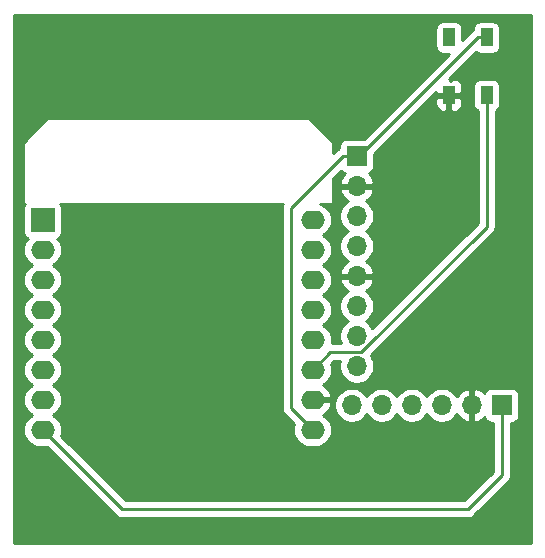
<source format=gbr>
%TF.GenerationSoftware,KiCad,Pcbnew,(5.1.9)-1*%
%TF.CreationDate,2021-05-29T23:11:52+02:00*%
%TF.ProjectId,Monitor,4d6f6e69-746f-4722-9e6b-696361645f70,rev?*%
%TF.SameCoordinates,Original*%
%TF.FileFunction,Copper,L1,Top*%
%TF.FilePolarity,Positive*%
%FSLAX46Y46*%
G04 Gerber Fmt 4.6, Leading zero omitted, Abs format (unit mm)*
G04 Created by KiCad (PCBNEW (5.1.9)-1) date 2021-05-29 23:11:52*
%MOMM*%
%LPD*%
G01*
G04 APERTURE LIST*
%TA.AperFunction,ComponentPad*%
%ADD10O,1.700000X1.700000*%
%TD*%
%TA.AperFunction,ComponentPad*%
%ADD11R,1.700000X1.700000*%
%TD*%
%TA.AperFunction,ComponentPad*%
%ADD12O,2.000000X1.600000*%
%TD*%
%TA.AperFunction,ComponentPad*%
%ADD13R,2.000000X2.000000*%
%TD*%
%TA.AperFunction,SMDPad,CuDef*%
%ADD14R,1.000000X1.500000*%
%TD*%
%TA.AperFunction,Conductor*%
%ADD15C,0.250000*%
%TD*%
%TA.AperFunction,Conductor*%
%ADD16C,0.254000*%
%TD*%
%TA.AperFunction,Conductor*%
%ADD17C,0.100000*%
%TD*%
G04 APERTURE END LIST*
D10*
%TO.P,J2,4*%
%TO.N,sda*%
X111100000Y-59720000D03*
%TO.P,J2,7*%
%TO.N,Net-(J2-Pad7)*%
X111100000Y-67340000D03*
%TO.P,J2,5*%
%TO.N,GND*%
X111100000Y-62260000D03*
%TO.P,J2,2*%
X111100000Y-54640000D03*
%TO.P,J2,3*%
%TO.N,scl*%
X111100000Y-57180000D03*
%TO.P,J2,6*%
%TO.N,Net-(J2-Pad6)*%
X111100000Y-64800000D03*
%TO.P,J2,8*%
%TO.N,Net-(J2-Pad8)*%
X111100000Y-69880000D03*
D11*
%TO.P,J2,1*%
%TO.N,+5V*%
X111100000Y-52100000D03*
%TD*%
D10*
%TO.P,J1,3*%
%TO.N,scl*%
X118297389Y-73184671D03*
%TO.P,J1,6*%
%TO.N,Net-(J1-Pad6)*%
X110677389Y-73184671D03*
%TO.P,J1,2*%
%TO.N,GND*%
X120837389Y-73184671D03*
%TO.P,J1,4*%
%TO.N,sda*%
X115757389Y-73184671D03*
%TO.P,J1,5*%
%TO.N,Net-(J1-Pad5)*%
X113217389Y-73184671D03*
D11*
%TO.P,J1,1*%
%TO.N,+3V3*%
X123377389Y-73184671D03*
%TD*%
D12*
%TO.P,U1,16*%
%TO.N,Net-(U1-Pad16)*%
X107360000Y-57500000D03*
%TO.P,U1,15*%
%TO.N,Net-(U1-Pad15)*%
X107360000Y-60040000D03*
%TO.P,U1,14*%
%TO.N,scl*%
X107360000Y-62580000D03*
%TO.P,U1,13*%
%TO.N,sda*%
X107360000Y-65120000D03*
%TO.P,U1,12*%
%TO.N,Net-(U1-Pad12)*%
X107360000Y-67660000D03*
%TO.P,U1,11*%
%TO.N,din*%
X107360000Y-70200000D03*
%TO.P,U1,10*%
%TO.N,GND*%
X107360000Y-72740000D03*
%TO.P,U1,9*%
%TO.N,+5V*%
X107360000Y-75280000D03*
%TO.P,U1,8*%
%TO.N,+3V3*%
X84500000Y-75280000D03*
%TO.P,U1,7*%
%TO.N,Net-(U1-Pad7)*%
X84500000Y-72740000D03*
%TO.P,U1,6*%
%TO.N,Net-(U1-Pad6)*%
X84500000Y-70200000D03*
%TO.P,U1,5*%
%TO.N,Net-(U1-Pad5)*%
X84500000Y-67660000D03*
%TO.P,U1,4*%
%TO.N,Net-(U1-Pad4)*%
X84500000Y-65120000D03*
%TO.P,U1,3*%
%TO.N,Net-(U1-Pad3)*%
X84500000Y-62580000D03*
D13*
%TO.P,U1,1*%
%TO.N,Net-(U1-Pad1)*%
X84500000Y-57500000D03*
D12*
%TO.P,U1,2*%
%TO.N,Net-(U1-Pad2)*%
X84500000Y-60040000D03*
%TD*%
D14*
%TO.P,D1,1*%
%TO.N,+5V*%
X122100000Y-42050000D03*
%TO.P,D1,2*%
%TO.N,Net-(D1-Pad2)*%
X118900000Y-42050000D03*
%TO.P,D1,4*%
%TO.N,din*%
X122100000Y-46950000D03*
%TO.P,D1,3*%
%TO.N,GND*%
X118900000Y-46950000D03*
%TD*%
D15*
%TO.N,din*%
X122100000Y-58079002D02*
X122100000Y-46950000D01*
X111474003Y-68704999D02*
X122100000Y-58079002D01*
X108855001Y-68704999D02*
X111474003Y-68704999D01*
X107360000Y-70200000D02*
X108855001Y-68704999D01*
%TO.N,+5V*%
X111100000Y-52100000D02*
X109900000Y-52100000D01*
X109900000Y-52100000D02*
X105500000Y-56500000D01*
X105500000Y-73420000D02*
X107360000Y-75280000D01*
X105500000Y-56500000D02*
X105500000Y-73420000D01*
X111300000Y-52100000D02*
X111100000Y-52100000D01*
X121350000Y-42050000D02*
X111300000Y-52100000D01*
X122100000Y-42050000D02*
X121350000Y-42050000D01*
%TO.N,+3V3*%
X84500000Y-75280000D02*
X91220000Y-82000000D01*
X91220000Y-82000000D02*
X120500000Y-82000000D01*
X123377389Y-79122611D02*
X123377389Y-73184671D01*
X120500000Y-82000000D02*
X123377389Y-79122611D01*
%TD*%
D16*
%TO.N,GND*%
X125873000Y-84873000D02*
X82127000Y-84873000D01*
X82127000Y-60040000D01*
X82858057Y-60040000D01*
X82885764Y-60321309D01*
X82967818Y-60591808D01*
X83101068Y-60841101D01*
X83280392Y-61059608D01*
X83498899Y-61238932D01*
X83631858Y-61310000D01*
X83498899Y-61381068D01*
X83280392Y-61560392D01*
X83101068Y-61778899D01*
X82967818Y-62028192D01*
X82885764Y-62298691D01*
X82858057Y-62580000D01*
X82885764Y-62861309D01*
X82967818Y-63131808D01*
X83101068Y-63381101D01*
X83280392Y-63599608D01*
X83498899Y-63778932D01*
X83631858Y-63850000D01*
X83498899Y-63921068D01*
X83280392Y-64100392D01*
X83101068Y-64318899D01*
X82967818Y-64568192D01*
X82885764Y-64838691D01*
X82858057Y-65120000D01*
X82885764Y-65401309D01*
X82967818Y-65671808D01*
X83101068Y-65921101D01*
X83280392Y-66139608D01*
X83498899Y-66318932D01*
X83631858Y-66390000D01*
X83498899Y-66461068D01*
X83280392Y-66640392D01*
X83101068Y-66858899D01*
X82967818Y-67108192D01*
X82885764Y-67378691D01*
X82858057Y-67660000D01*
X82885764Y-67941309D01*
X82967818Y-68211808D01*
X83101068Y-68461101D01*
X83280392Y-68679608D01*
X83498899Y-68858932D01*
X83631858Y-68930000D01*
X83498899Y-69001068D01*
X83280392Y-69180392D01*
X83101068Y-69398899D01*
X82967818Y-69648192D01*
X82885764Y-69918691D01*
X82858057Y-70200000D01*
X82885764Y-70481309D01*
X82967818Y-70751808D01*
X83101068Y-71001101D01*
X83280392Y-71219608D01*
X83498899Y-71398932D01*
X83631858Y-71470000D01*
X83498899Y-71541068D01*
X83280392Y-71720392D01*
X83101068Y-71938899D01*
X82967818Y-72188192D01*
X82885764Y-72458691D01*
X82858057Y-72740000D01*
X82885764Y-73021309D01*
X82967818Y-73291808D01*
X83101068Y-73541101D01*
X83280392Y-73759608D01*
X83498899Y-73938932D01*
X83631858Y-74010000D01*
X83498899Y-74081068D01*
X83280392Y-74260392D01*
X83101068Y-74478899D01*
X82967818Y-74728192D01*
X82885764Y-74998691D01*
X82858057Y-75280000D01*
X82885764Y-75561309D01*
X82967818Y-75831808D01*
X83101068Y-76081101D01*
X83280392Y-76299608D01*
X83498899Y-76478932D01*
X83748192Y-76612182D01*
X84018691Y-76694236D01*
X84229508Y-76715000D01*
X84770492Y-76715000D01*
X84852156Y-76706957D01*
X90656201Y-82511003D01*
X90679999Y-82540001D01*
X90708997Y-82563799D01*
X90795723Y-82634974D01*
X90927753Y-82705546D01*
X91071014Y-82749003D01*
X91182667Y-82760000D01*
X91182676Y-82760000D01*
X91219999Y-82763676D01*
X91257322Y-82760000D01*
X120462678Y-82760000D01*
X120500000Y-82763676D01*
X120537322Y-82760000D01*
X120537333Y-82760000D01*
X120648986Y-82749003D01*
X120792247Y-82705546D01*
X120924276Y-82634974D01*
X121040001Y-82540001D01*
X121063804Y-82510997D01*
X123888393Y-79686409D01*
X123917390Y-79662612D01*
X124012363Y-79546887D01*
X124082935Y-79414858D01*
X124126392Y-79271597D01*
X124137389Y-79159944D01*
X124137389Y-79159943D01*
X124141066Y-79122611D01*
X124137389Y-79085278D01*
X124137389Y-74672743D01*
X124227389Y-74672743D01*
X124351871Y-74660483D01*
X124471569Y-74624173D01*
X124581883Y-74565208D01*
X124678574Y-74485856D01*
X124757926Y-74389165D01*
X124816891Y-74278851D01*
X124853201Y-74159153D01*
X124865461Y-74034671D01*
X124865461Y-72334671D01*
X124853201Y-72210189D01*
X124816891Y-72090491D01*
X124757926Y-71980177D01*
X124678574Y-71883486D01*
X124581883Y-71804134D01*
X124471569Y-71745169D01*
X124351871Y-71708859D01*
X124227389Y-71696599D01*
X122527389Y-71696599D01*
X122402907Y-71708859D01*
X122283209Y-71745169D01*
X122172895Y-71804134D01*
X122076204Y-71883486D01*
X121996852Y-71980177D01*
X121937887Y-72090491D01*
X121913423Y-72171137D01*
X121837658Y-72087083D01*
X121604309Y-71913030D01*
X121341488Y-71787846D01*
X121194279Y-71743195D01*
X120964389Y-71864516D01*
X120964389Y-73057671D01*
X120984389Y-73057671D01*
X120984389Y-73311671D01*
X120964389Y-73311671D01*
X120964389Y-74504826D01*
X121194279Y-74626147D01*
X121341488Y-74581496D01*
X121604309Y-74456312D01*
X121837658Y-74282259D01*
X121913423Y-74198205D01*
X121937887Y-74278851D01*
X121996852Y-74389165D01*
X122076204Y-74485856D01*
X122172895Y-74565208D01*
X122283209Y-74624173D01*
X122402907Y-74660483D01*
X122527389Y-74672743D01*
X122617390Y-74672743D01*
X122617389Y-78807809D01*
X120185199Y-81240000D01*
X91534802Y-81240000D01*
X86054159Y-75759358D01*
X86114236Y-75561309D01*
X86141943Y-75280000D01*
X86114236Y-74998691D01*
X86032182Y-74728192D01*
X85898932Y-74478899D01*
X85719608Y-74260392D01*
X85501101Y-74081068D01*
X85368142Y-74010000D01*
X85501101Y-73938932D01*
X85719608Y-73759608D01*
X85898932Y-73541101D01*
X86032182Y-73291808D01*
X86114236Y-73021309D01*
X86141943Y-72740000D01*
X86114236Y-72458691D01*
X86032182Y-72188192D01*
X85898932Y-71938899D01*
X85719608Y-71720392D01*
X85501101Y-71541068D01*
X85368142Y-71470000D01*
X85501101Y-71398932D01*
X85719608Y-71219608D01*
X85898932Y-71001101D01*
X86032182Y-70751808D01*
X86114236Y-70481309D01*
X86141943Y-70200000D01*
X86114236Y-69918691D01*
X86032182Y-69648192D01*
X85898932Y-69398899D01*
X85719608Y-69180392D01*
X85501101Y-69001068D01*
X85368142Y-68930000D01*
X85501101Y-68858932D01*
X85719608Y-68679608D01*
X85898932Y-68461101D01*
X86032182Y-68211808D01*
X86114236Y-67941309D01*
X86141943Y-67660000D01*
X86114236Y-67378691D01*
X86032182Y-67108192D01*
X85898932Y-66858899D01*
X85719608Y-66640392D01*
X85501101Y-66461068D01*
X85368142Y-66390000D01*
X85501101Y-66318932D01*
X85719608Y-66139608D01*
X85898932Y-65921101D01*
X86032182Y-65671808D01*
X86114236Y-65401309D01*
X86141943Y-65120000D01*
X86114236Y-64838691D01*
X86032182Y-64568192D01*
X85898932Y-64318899D01*
X85719608Y-64100392D01*
X85501101Y-63921068D01*
X85368142Y-63850000D01*
X85501101Y-63778932D01*
X85719608Y-63599608D01*
X85898932Y-63381101D01*
X86032182Y-63131808D01*
X86114236Y-62861309D01*
X86141943Y-62580000D01*
X86114236Y-62298691D01*
X86032182Y-62028192D01*
X85898932Y-61778899D01*
X85719608Y-61560392D01*
X85501101Y-61381068D01*
X85368142Y-61310000D01*
X85501101Y-61238932D01*
X85719608Y-61059608D01*
X85898932Y-60841101D01*
X86032182Y-60591808D01*
X86114236Y-60321309D01*
X86141943Y-60040000D01*
X86114236Y-59758691D01*
X86032182Y-59488192D01*
X85898932Y-59238899D01*
X85766524Y-59077559D01*
X85854494Y-59030537D01*
X85951185Y-58951185D01*
X86030537Y-58854494D01*
X86089502Y-58744180D01*
X86125812Y-58624482D01*
X86138072Y-58500000D01*
X86138072Y-56500000D01*
X86125812Y-56375518D01*
X86089502Y-56255820D01*
X86030537Y-56145506D01*
X86015350Y-56127000D01*
X104837618Y-56127000D01*
X104794455Y-56207753D01*
X104794454Y-56207754D01*
X104750997Y-56351015D01*
X104740000Y-56462668D01*
X104740000Y-56462678D01*
X104736324Y-56500000D01*
X104740000Y-56537322D01*
X104740001Y-73382667D01*
X104736324Y-73420000D01*
X104750998Y-73568985D01*
X104794454Y-73712246D01*
X104865026Y-73844276D01*
X104936201Y-73931002D01*
X104960000Y-73960001D01*
X104988998Y-73983799D01*
X105805841Y-74800642D01*
X105745764Y-74998691D01*
X105718057Y-75280000D01*
X105745764Y-75561309D01*
X105827818Y-75831808D01*
X105961068Y-76081101D01*
X106140392Y-76299608D01*
X106358899Y-76478932D01*
X106608192Y-76612182D01*
X106878691Y-76694236D01*
X107089508Y-76715000D01*
X107630492Y-76715000D01*
X107841309Y-76694236D01*
X108111808Y-76612182D01*
X108361101Y-76478932D01*
X108579608Y-76299608D01*
X108758932Y-76081101D01*
X108892182Y-75831808D01*
X108974236Y-75561309D01*
X109001943Y-75280000D01*
X108974236Y-74998691D01*
X108892182Y-74728192D01*
X108758932Y-74478899D01*
X108579608Y-74260392D01*
X108361101Y-74081068D01*
X108231655Y-74011878D01*
X108249227Y-74004430D01*
X108482662Y-73845673D01*
X108680639Y-73644425D01*
X108835551Y-73408421D01*
X108941444Y-73146730D01*
X108951904Y-73089039D01*
X108924089Y-73038411D01*
X109192389Y-73038411D01*
X109192389Y-73330931D01*
X109249457Y-73617829D01*
X109361399Y-73888082D01*
X109523914Y-74131303D01*
X109730757Y-74338146D01*
X109973978Y-74500661D01*
X110244231Y-74612603D01*
X110531129Y-74669671D01*
X110823649Y-74669671D01*
X111110547Y-74612603D01*
X111380800Y-74500661D01*
X111624021Y-74338146D01*
X111830864Y-74131303D01*
X111947389Y-73956911D01*
X112063914Y-74131303D01*
X112270757Y-74338146D01*
X112513978Y-74500661D01*
X112784231Y-74612603D01*
X113071129Y-74669671D01*
X113363649Y-74669671D01*
X113650547Y-74612603D01*
X113920800Y-74500661D01*
X114164021Y-74338146D01*
X114370864Y-74131303D01*
X114487389Y-73956911D01*
X114603914Y-74131303D01*
X114810757Y-74338146D01*
X115053978Y-74500661D01*
X115324231Y-74612603D01*
X115611129Y-74669671D01*
X115903649Y-74669671D01*
X116190547Y-74612603D01*
X116460800Y-74500661D01*
X116704021Y-74338146D01*
X116910864Y-74131303D01*
X117027389Y-73956911D01*
X117143914Y-74131303D01*
X117350757Y-74338146D01*
X117593978Y-74500661D01*
X117864231Y-74612603D01*
X118151129Y-74669671D01*
X118443649Y-74669671D01*
X118730547Y-74612603D01*
X119000800Y-74500661D01*
X119244021Y-74338146D01*
X119450864Y-74131303D01*
X119572584Y-73949137D01*
X119642211Y-74066026D01*
X119837120Y-74282259D01*
X120070469Y-74456312D01*
X120333290Y-74581496D01*
X120480499Y-74626147D01*
X120710389Y-74504826D01*
X120710389Y-73311671D01*
X120690389Y-73311671D01*
X120690389Y-73057671D01*
X120710389Y-73057671D01*
X120710389Y-71864516D01*
X120480499Y-71743195D01*
X120333290Y-71787846D01*
X120070469Y-71913030D01*
X119837120Y-72087083D01*
X119642211Y-72303316D01*
X119572584Y-72420205D01*
X119450864Y-72238039D01*
X119244021Y-72031196D01*
X119000800Y-71868681D01*
X118730547Y-71756739D01*
X118443649Y-71699671D01*
X118151129Y-71699671D01*
X117864231Y-71756739D01*
X117593978Y-71868681D01*
X117350757Y-72031196D01*
X117143914Y-72238039D01*
X117027389Y-72412431D01*
X116910864Y-72238039D01*
X116704021Y-72031196D01*
X116460800Y-71868681D01*
X116190547Y-71756739D01*
X115903649Y-71699671D01*
X115611129Y-71699671D01*
X115324231Y-71756739D01*
X115053978Y-71868681D01*
X114810757Y-72031196D01*
X114603914Y-72238039D01*
X114487389Y-72412431D01*
X114370864Y-72238039D01*
X114164021Y-72031196D01*
X113920800Y-71868681D01*
X113650547Y-71756739D01*
X113363649Y-71699671D01*
X113071129Y-71699671D01*
X112784231Y-71756739D01*
X112513978Y-71868681D01*
X112270757Y-72031196D01*
X112063914Y-72238039D01*
X111947389Y-72412431D01*
X111830864Y-72238039D01*
X111624021Y-72031196D01*
X111380800Y-71868681D01*
X111110547Y-71756739D01*
X110823649Y-71699671D01*
X110531129Y-71699671D01*
X110244231Y-71756739D01*
X109973978Y-71868681D01*
X109730757Y-72031196D01*
X109523914Y-72238039D01*
X109361399Y-72481260D01*
X109249457Y-72751513D01*
X109192389Y-73038411D01*
X108924089Y-73038411D01*
X108829915Y-72867000D01*
X107487000Y-72867000D01*
X107487000Y-72887000D01*
X107233000Y-72887000D01*
X107233000Y-72867000D01*
X107213000Y-72867000D01*
X107213000Y-72613000D01*
X107233000Y-72613000D01*
X107233000Y-72593000D01*
X107487000Y-72593000D01*
X107487000Y-72613000D01*
X108829915Y-72613000D01*
X108951904Y-72390961D01*
X108941444Y-72333270D01*
X108835551Y-72071579D01*
X108680639Y-71835575D01*
X108482662Y-71634327D01*
X108249227Y-71475570D01*
X108231655Y-71468122D01*
X108361101Y-71398932D01*
X108579608Y-71219608D01*
X108758932Y-71001101D01*
X108892182Y-70751808D01*
X108974236Y-70481309D01*
X109001943Y-70200000D01*
X108974236Y-69918691D01*
X108914159Y-69720642D01*
X109169803Y-69464999D01*
X109668456Y-69464999D01*
X109615000Y-69733740D01*
X109615000Y-70026260D01*
X109672068Y-70313158D01*
X109784010Y-70583411D01*
X109946525Y-70826632D01*
X110153368Y-71033475D01*
X110396589Y-71195990D01*
X110666842Y-71307932D01*
X110953740Y-71365000D01*
X111246260Y-71365000D01*
X111533158Y-71307932D01*
X111803411Y-71195990D01*
X112046632Y-71033475D01*
X112253475Y-70826632D01*
X112415990Y-70583411D01*
X112527932Y-70313158D01*
X112585000Y-70026260D01*
X112585000Y-69733740D01*
X112527932Y-69446842D01*
X112415990Y-69176589D01*
X112280295Y-68973508D01*
X122611004Y-58642800D01*
X122640001Y-58619003D01*
X122683069Y-58566525D01*
X122734974Y-58503279D01*
X122805546Y-58371249D01*
X122817004Y-58333475D01*
X122849003Y-58227988D01*
X122860000Y-58116335D01*
X122860000Y-58116326D01*
X122863676Y-58079003D01*
X122860000Y-58041680D01*
X122860000Y-48281046D01*
X122954494Y-48230537D01*
X123051185Y-48151185D01*
X123130537Y-48054494D01*
X123189502Y-47944180D01*
X123225812Y-47824482D01*
X123238072Y-47700000D01*
X123238072Y-46200000D01*
X123225812Y-46075518D01*
X123189502Y-45955820D01*
X123130537Y-45845506D01*
X123051185Y-45748815D01*
X122954494Y-45669463D01*
X122844180Y-45610498D01*
X122724482Y-45574188D01*
X122600000Y-45561928D01*
X121600000Y-45561928D01*
X121475518Y-45574188D01*
X121355820Y-45610498D01*
X121245506Y-45669463D01*
X121148815Y-45748815D01*
X121069463Y-45845506D01*
X121010498Y-45955820D01*
X120974188Y-46075518D01*
X120961928Y-46200000D01*
X120961928Y-47700000D01*
X120974188Y-47824482D01*
X121010498Y-47944180D01*
X121069463Y-48054494D01*
X121148815Y-48151185D01*
X121245506Y-48230537D01*
X121340001Y-48281046D01*
X121340000Y-57764200D01*
X112431110Y-66673091D01*
X112415990Y-66636589D01*
X112253475Y-66393368D01*
X112046632Y-66186525D01*
X111872240Y-66070000D01*
X112046632Y-65953475D01*
X112253475Y-65746632D01*
X112415990Y-65503411D01*
X112527932Y-65233158D01*
X112585000Y-64946260D01*
X112585000Y-64653740D01*
X112527932Y-64366842D01*
X112415990Y-64096589D01*
X112253475Y-63853368D01*
X112046632Y-63646525D01*
X111864466Y-63524805D01*
X111981355Y-63455178D01*
X112197588Y-63260269D01*
X112371641Y-63026920D01*
X112496825Y-62764099D01*
X112541476Y-62616890D01*
X112420155Y-62387000D01*
X111227000Y-62387000D01*
X111227000Y-62407000D01*
X110973000Y-62407000D01*
X110973000Y-62387000D01*
X109779845Y-62387000D01*
X109658524Y-62616890D01*
X109703175Y-62764099D01*
X109828359Y-63026920D01*
X110002412Y-63260269D01*
X110218645Y-63455178D01*
X110335534Y-63524805D01*
X110153368Y-63646525D01*
X109946525Y-63853368D01*
X109784010Y-64096589D01*
X109672068Y-64366842D01*
X109615000Y-64653740D01*
X109615000Y-64946260D01*
X109672068Y-65233158D01*
X109784010Y-65503411D01*
X109946525Y-65746632D01*
X110153368Y-65953475D01*
X110327760Y-66070000D01*
X110153368Y-66186525D01*
X109946525Y-66393368D01*
X109784010Y-66636589D01*
X109672068Y-66906842D01*
X109615000Y-67193740D01*
X109615000Y-67486260D01*
X109672068Y-67773158D01*
X109743247Y-67944999D01*
X108973117Y-67944999D01*
X108974236Y-67941309D01*
X109001943Y-67660000D01*
X108974236Y-67378691D01*
X108892182Y-67108192D01*
X108758932Y-66858899D01*
X108579608Y-66640392D01*
X108361101Y-66461068D01*
X108228142Y-66390000D01*
X108361101Y-66318932D01*
X108579608Y-66139608D01*
X108758932Y-65921101D01*
X108892182Y-65671808D01*
X108974236Y-65401309D01*
X109001943Y-65120000D01*
X108974236Y-64838691D01*
X108892182Y-64568192D01*
X108758932Y-64318899D01*
X108579608Y-64100392D01*
X108361101Y-63921068D01*
X108228142Y-63850000D01*
X108361101Y-63778932D01*
X108579608Y-63599608D01*
X108758932Y-63381101D01*
X108892182Y-63131808D01*
X108974236Y-62861309D01*
X109001943Y-62580000D01*
X108974236Y-62298691D01*
X108892182Y-62028192D01*
X108758932Y-61778899D01*
X108579608Y-61560392D01*
X108361101Y-61381068D01*
X108228142Y-61310000D01*
X108361101Y-61238932D01*
X108579608Y-61059608D01*
X108758932Y-60841101D01*
X108892182Y-60591808D01*
X108974236Y-60321309D01*
X109001943Y-60040000D01*
X108974236Y-59758691D01*
X108892182Y-59488192D01*
X108758932Y-59238899D01*
X108579608Y-59020392D01*
X108361101Y-58841068D01*
X108228142Y-58770000D01*
X108361101Y-58698932D01*
X108579608Y-58519608D01*
X108758932Y-58301101D01*
X108892182Y-58051808D01*
X108974236Y-57781309D01*
X109001943Y-57500000D01*
X108974236Y-57218691D01*
X108918133Y-57033740D01*
X109615000Y-57033740D01*
X109615000Y-57326260D01*
X109672068Y-57613158D01*
X109784010Y-57883411D01*
X109946525Y-58126632D01*
X110153368Y-58333475D01*
X110327760Y-58450000D01*
X110153368Y-58566525D01*
X109946525Y-58773368D01*
X109784010Y-59016589D01*
X109672068Y-59286842D01*
X109615000Y-59573740D01*
X109615000Y-59866260D01*
X109672068Y-60153158D01*
X109784010Y-60423411D01*
X109946525Y-60666632D01*
X110153368Y-60873475D01*
X110335534Y-60995195D01*
X110218645Y-61064822D01*
X110002412Y-61259731D01*
X109828359Y-61493080D01*
X109703175Y-61755901D01*
X109658524Y-61903110D01*
X109779845Y-62133000D01*
X110973000Y-62133000D01*
X110973000Y-62113000D01*
X111227000Y-62113000D01*
X111227000Y-62133000D01*
X112420155Y-62133000D01*
X112541476Y-61903110D01*
X112496825Y-61755901D01*
X112371641Y-61493080D01*
X112197588Y-61259731D01*
X111981355Y-61064822D01*
X111864466Y-60995195D01*
X112046632Y-60873475D01*
X112253475Y-60666632D01*
X112415990Y-60423411D01*
X112527932Y-60153158D01*
X112585000Y-59866260D01*
X112585000Y-59573740D01*
X112527932Y-59286842D01*
X112415990Y-59016589D01*
X112253475Y-58773368D01*
X112046632Y-58566525D01*
X111872240Y-58450000D01*
X112046632Y-58333475D01*
X112253475Y-58126632D01*
X112415990Y-57883411D01*
X112527932Y-57613158D01*
X112585000Y-57326260D01*
X112585000Y-57033740D01*
X112527932Y-56746842D01*
X112415990Y-56476589D01*
X112253475Y-56233368D01*
X112046632Y-56026525D01*
X111864466Y-55904805D01*
X111981355Y-55835178D01*
X112197588Y-55640269D01*
X112371641Y-55406920D01*
X112496825Y-55144099D01*
X112541476Y-54996890D01*
X112420155Y-54767000D01*
X111227000Y-54767000D01*
X111227000Y-54787000D01*
X110973000Y-54787000D01*
X110973000Y-54767000D01*
X109779845Y-54767000D01*
X109658524Y-54996890D01*
X109703175Y-55144099D01*
X109828359Y-55406920D01*
X110002412Y-55640269D01*
X110218645Y-55835178D01*
X110335534Y-55904805D01*
X110153368Y-56026525D01*
X109946525Y-56233368D01*
X109784010Y-56476589D01*
X109672068Y-56746842D01*
X109615000Y-57033740D01*
X108918133Y-57033740D01*
X108892182Y-56948192D01*
X108758932Y-56698899D01*
X108579608Y-56480392D01*
X108361101Y-56301068D01*
X108111808Y-56167818D01*
X107977247Y-56127000D01*
X109000000Y-56127000D01*
X109024776Y-56124560D01*
X109048601Y-56117333D01*
X109070557Y-56105597D01*
X109089803Y-56089803D01*
X109105597Y-56070557D01*
X109117333Y-56048601D01*
X109124560Y-56024776D01*
X109127000Y-56000000D01*
X109127000Y-53947802D01*
X109742381Y-53332420D01*
X109798815Y-53401185D01*
X109895506Y-53480537D01*
X110005820Y-53539502D01*
X110086466Y-53563966D01*
X110002412Y-53639731D01*
X109828359Y-53873080D01*
X109703175Y-54135901D01*
X109658524Y-54283110D01*
X109779845Y-54513000D01*
X110973000Y-54513000D01*
X110973000Y-54493000D01*
X111227000Y-54493000D01*
X111227000Y-54513000D01*
X112420155Y-54513000D01*
X112541476Y-54283110D01*
X112496825Y-54135901D01*
X112371641Y-53873080D01*
X112197588Y-53639731D01*
X112113534Y-53563966D01*
X112194180Y-53539502D01*
X112304494Y-53480537D01*
X112401185Y-53401185D01*
X112480537Y-53304494D01*
X112539502Y-53194180D01*
X112575812Y-53074482D01*
X112588072Y-52950000D01*
X112588072Y-51886729D01*
X116774801Y-47700000D01*
X117761928Y-47700000D01*
X117774188Y-47824482D01*
X117810498Y-47944180D01*
X117869463Y-48054494D01*
X117948815Y-48151185D01*
X118045506Y-48230537D01*
X118155820Y-48289502D01*
X118275518Y-48325812D01*
X118400000Y-48338072D01*
X118614250Y-48335000D01*
X118773000Y-48176250D01*
X118773000Y-47077000D01*
X119027000Y-47077000D01*
X119027000Y-48176250D01*
X119185750Y-48335000D01*
X119400000Y-48338072D01*
X119524482Y-48325812D01*
X119644180Y-48289502D01*
X119754494Y-48230537D01*
X119851185Y-48151185D01*
X119930537Y-48054494D01*
X119989502Y-47944180D01*
X120025812Y-47824482D01*
X120038072Y-47700000D01*
X120035000Y-47235750D01*
X119876250Y-47077000D01*
X119027000Y-47077000D01*
X118773000Y-47077000D01*
X117923750Y-47077000D01*
X117765000Y-47235750D01*
X117761928Y-47700000D01*
X116774801Y-47700000D01*
X117787776Y-46687026D01*
X117923750Y-46823000D01*
X118773000Y-46823000D01*
X118773000Y-46803000D01*
X119027000Y-46803000D01*
X119027000Y-46823000D01*
X119876250Y-46823000D01*
X120035000Y-46664250D01*
X120038072Y-46200000D01*
X120025812Y-46075518D01*
X119989502Y-45955820D01*
X119930537Y-45845506D01*
X119851185Y-45748815D01*
X119754494Y-45669463D01*
X119644180Y-45610498D01*
X119524482Y-45574188D01*
X119400000Y-45561928D01*
X119185750Y-45565000D01*
X119027002Y-45723748D01*
X119027002Y-45565000D01*
X118909802Y-45565000D01*
X121189900Y-43284902D01*
X121245506Y-43330537D01*
X121355820Y-43389502D01*
X121475518Y-43425812D01*
X121600000Y-43438072D01*
X122600000Y-43438072D01*
X122724482Y-43425812D01*
X122844180Y-43389502D01*
X122954494Y-43330537D01*
X123051185Y-43251185D01*
X123130537Y-43154494D01*
X123189502Y-43044180D01*
X123225812Y-42924482D01*
X123238072Y-42800000D01*
X123238072Y-41300000D01*
X123225812Y-41175518D01*
X123189502Y-41055820D01*
X123130537Y-40945506D01*
X123051185Y-40848815D01*
X122954494Y-40769463D01*
X122844180Y-40710498D01*
X122724482Y-40674188D01*
X122600000Y-40661928D01*
X121600000Y-40661928D01*
X121475518Y-40674188D01*
X121355820Y-40710498D01*
X121245506Y-40769463D01*
X121148815Y-40848815D01*
X121069463Y-40945506D01*
X121010498Y-41055820D01*
X120974188Y-41175518D01*
X120961928Y-41300000D01*
X120961928Y-41395674D01*
X120925724Y-41415026D01*
X120809999Y-41509999D01*
X120786201Y-41538997D01*
X120038072Y-42287126D01*
X120038072Y-41300000D01*
X120025812Y-41175518D01*
X119989502Y-41055820D01*
X119930537Y-40945506D01*
X119851185Y-40848815D01*
X119754494Y-40769463D01*
X119644180Y-40710498D01*
X119524482Y-40674188D01*
X119400000Y-40661928D01*
X118400000Y-40661928D01*
X118275518Y-40674188D01*
X118155820Y-40710498D01*
X118045506Y-40769463D01*
X117948815Y-40848815D01*
X117869463Y-40945506D01*
X117810498Y-41055820D01*
X117774188Y-41175518D01*
X117761928Y-41300000D01*
X117761928Y-42800000D01*
X117774188Y-42924482D01*
X117810498Y-43044180D01*
X117869463Y-43154494D01*
X117948815Y-43251185D01*
X118045506Y-43330537D01*
X118155820Y-43389502D01*
X118275518Y-43425812D01*
X118400000Y-43438072D01*
X118887126Y-43438072D01*
X111713271Y-50611928D01*
X110250000Y-50611928D01*
X110125518Y-50624188D01*
X110005820Y-50660498D01*
X109895506Y-50719463D01*
X109798815Y-50798815D01*
X109719463Y-50895506D01*
X109660498Y-51005820D01*
X109624188Y-51125518D01*
X109611928Y-51250000D01*
X109611928Y-51393188D01*
X109607753Y-51394454D01*
X109475724Y-51465026D01*
X109359999Y-51559999D01*
X109336201Y-51588997D01*
X109127000Y-51798198D01*
X109127000Y-51000000D01*
X109124560Y-50975224D01*
X109117333Y-50951399D01*
X109105597Y-50929443D01*
X109089803Y-50910197D01*
X107089803Y-48910197D01*
X107070557Y-48894403D01*
X107048601Y-48882667D01*
X107024776Y-48875440D01*
X107000000Y-48873000D01*
X85000000Y-48873000D01*
X84975224Y-48875440D01*
X84951399Y-48882667D01*
X84929443Y-48894403D01*
X84910197Y-48910197D01*
X82910197Y-50910197D01*
X82894403Y-50929443D01*
X82882667Y-50951399D01*
X82875440Y-50975224D01*
X82873000Y-51000000D01*
X82873000Y-56000000D01*
X82875440Y-56024776D01*
X82882667Y-56048601D01*
X82894403Y-56070557D01*
X82910197Y-56089803D01*
X82929443Y-56105597D01*
X82951399Y-56117333D01*
X82975224Y-56124560D01*
X82985798Y-56125601D01*
X82969463Y-56145506D01*
X82910498Y-56255820D01*
X82874188Y-56375518D01*
X82861928Y-56500000D01*
X82861928Y-58500000D01*
X82874188Y-58624482D01*
X82910498Y-58744180D01*
X82969463Y-58854494D01*
X83048815Y-58951185D01*
X83145506Y-59030537D01*
X83233476Y-59077559D01*
X83101068Y-59238899D01*
X82967818Y-59488192D01*
X82885764Y-59758691D01*
X82858057Y-60040000D01*
X82127000Y-60040000D01*
X82127000Y-40127000D01*
X125873000Y-40127000D01*
X125873000Y-84873000D01*
%TA.AperFunction,Conductor*%
D17*
G36*
X125873000Y-84873000D02*
G01*
X82127000Y-84873000D01*
X82127000Y-60040000D01*
X82858057Y-60040000D01*
X82885764Y-60321309D01*
X82967818Y-60591808D01*
X83101068Y-60841101D01*
X83280392Y-61059608D01*
X83498899Y-61238932D01*
X83631858Y-61310000D01*
X83498899Y-61381068D01*
X83280392Y-61560392D01*
X83101068Y-61778899D01*
X82967818Y-62028192D01*
X82885764Y-62298691D01*
X82858057Y-62580000D01*
X82885764Y-62861309D01*
X82967818Y-63131808D01*
X83101068Y-63381101D01*
X83280392Y-63599608D01*
X83498899Y-63778932D01*
X83631858Y-63850000D01*
X83498899Y-63921068D01*
X83280392Y-64100392D01*
X83101068Y-64318899D01*
X82967818Y-64568192D01*
X82885764Y-64838691D01*
X82858057Y-65120000D01*
X82885764Y-65401309D01*
X82967818Y-65671808D01*
X83101068Y-65921101D01*
X83280392Y-66139608D01*
X83498899Y-66318932D01*
X83631858Y-66390000D01*
X83498899Y-66461068D01*
X83280392Y-66640392D01*
X83101068Y-66858899D01*
X82967818Y-67108192D01*
X82885764Y-67378691D01*
X82858057Y-67660000D01*
X82885764Y-67941309D01*
X82967818Y-68211808D01*
X83101068Y-68461101D01*
X83280392Y-68679608D01*
X83498899Y-68858932D01*
X83631858Y-68930000D01*
X83498899Y-69001068D01*
X83280392Y-69180392D01*
X83101068Y-69398899D01*
X82967818Y-69648192D01*
X82885764Y-69918691D01*
X82858057Y-70200000D01*
X82885764Y-70481309D01*
X82967818Y-70751808D01*
X83101068Y-71001101D01*
X83280392Y-71219608D01*
X83498899Y-71398932D01*
X83631858Y-71470000D01*
X83498899Y-71541068D01*
X83280392Y-71720392D01*
X83101068Y-71938899D01*
X82967818Y-72188192D01*
X82885764Y-72458691D01*
X82858057Y-72740000D01*
X82885764Y-73021309D01*
X82967818Y-73291808D01*
X83101068Y-73541101D01*
X83280392Y-73759608D01*
X83498899Y-73938932D01*
X83631858Y-74010000D01*
X83498899Y-74081068D01*
X83280392Y-74260392D01*
X83101068Y-74478899D01*
X82967818Y-74728192D01*
X82885764Y-74998691D01*
X82858057Y-75280000D01*
X82885764Y-75561309D01*
X82967818Y-75831808D01*
X83101068Y-76081101D01*
X83280392Y-76299608D01*
X83498899Y-76478932D01*
X83748192Y-76612182D01*
X84018691Y-76694236D01*
X84229508Y-76715000D01*
X84770492Y-76715000D01*
X84852156Y-76706957D01*
X90656201Y-82511003D01*
X90679999Y-82540001D01*
X90708997Y-82563799D01*
X90795723Y-82634974D01*
X90927753Y-82705546D01*
X91071014Y-82749003D01*
X91182667Y-82760000D01*
X91182676Y-82760000D01*
X91219999Y-82763676D01*
X91257322Y-82760000D01*
X120462678Y-82760000D01*
X120500000Y-82763676D01*
X120537322Y-82760000D01*
X120537333Y-82760000D01*
X120648986Y-82749003D01*
X120792247Y-82705546D01*
X120924276Y-82634974D01*
X121040001Y-82540001D01*
X121063804Y-82510997D01*
X123888393Y-79686409D01*
X123917390Y-79662612D01*
X124012363Y-79546887D01*
X124082935Y-79414858D01*
X124126392Y-79271597D01*
X124137389Y-79159944D01*
X124137389Y-79159943D01*
X124141066Y-79122611D01*
X124137389Y-79085278D01*
X124137389Y-74672743D01*
X124227389Y-74672743D01*
X124351871Y-74660483D01*
X124471569Y-74624173D01*
X124581883Y-74565208D01*
X124678574Y-74485856D01*
X124757926Y-74389165D01*
X124816891Y-74278851D01*
X124853201Y-74159153D01*
X124865461Y-74034671D01*
X124865461Y-72334671D01*
X124853201Y-72210189D01*
X124816891Y-72090491D01*
X124757926Y-71980177D01*
X124678574Y-71883486D01*
X124581883Y-71804134D01*
X124471569Y-71745169D01*
X124351871Y-71708859D01*
X124227389Y-71696599D01*
X122527389Y-71696599D01*
X122402907Y-71708859D01*
X122283209Y-71745169D01*
X122172895Y-71804134D01*
X122076204Y-71883486D01*
X121996852Y-71980177D01*
X121937887Y-72090491D01*
X121913423Y-72171137D01*
X121837658Y-72087083D01*
X121604309Y-71913030D01*
X121341488Y-71787846D01*
X121194279Y-71743195D01*
X120964389Y-71864516D01*
X120964389Y-73057671D01*
X120984389Y-73057671D01*
X120984389Y-73311671D01*
X120964389Y-73311671D01*
X120964389Y-74504826D01*
X121194279Y-74626147D01*
X121341488Y-74581496D01*
X121604309Y-74456312D01*
X121837658Y-74282259D01*
X121913423Y-74198205D01*
X121937887Y-74278851D01*
X121996852Y-74389165D01*
X122076204Y-74485856D01*
X122172895Y-74565208D01*
X122283209Y-74624173D01*
X122402907Y-74660483D01*
X122527389Y-74672743D01*
X122617390Y-74672743D01*
X122617389Y-78807809D01*
X120185199Y-81240000D01*
X91534802Y-81240000D01*
X86054159Y-75759358D01*
X86114236Y-75561309D01*
X86141943Y-75280000D01*
X86114236Y-74998691D01*
X86032182Y-74728192D01*
X85898932Y-74478899D01*
X85719608Y-74260392D01*
X85501101Y-74081068D01*
X85368142Y-74010000D01*
X85501101Y-73938932D01*
X85719608Y-73759608D01*
X85898932Y-73541101D01*
X86032182Y-73291808D01*
X86114236Y-73021309D01*
X86141943Y-72740000D01*
X86114236Y-72458691D01*
X86032182Y-72188192D01*
X85898932Y-71938899D01*
X85719608Y-71720392D01*
X85501101Y-71541068D01*
X85368142Y-71470000D01*
X85501101Y-71398932D01*
X85719608Y-71219608D01*
X85898932Y-71001101D01*
X86032182Y-70751808D01*
X86114236Y-70481309D01*
X86141943Y-70200000D01*
X86114236Y-69918691D01*
X86032182Y-69648192D01*
X85898932Y-69398899D01*
X85719608Y-69180392D01*
X85501101Y-69001068D01*
X85368142Y-68930000D01*
X85501101Y-68858932D01*
X85719608Y-68679608D01*
X85898932Y-68461101D01*
X86032182Y-68211808D01*
X86114236Y-67941309D01*
X86141943Y-67660000D01*
X86114236Y-67378691D01*
X86032182Y-67108192D01*
X85898932Y-66858899D01*
X85719608Y-66640392D01*
X85501101Y-66461068D01*
X85368142Y-66390000D01*
X85501101Y-66318932D01*
X85719608Y-66139608D01*
X85898932Y-65921101D01*
X86032182Y-65671808D01*
X86114236Y-65401309D01*
X86141943Y-65120000D01*
X86114236Y-64838691D01*
X86032182Y-64568192D01*
X85898932Y-64318899D01*
X85719608Y-64100392D01*
X85501101Y-63921068D01*
X85368142Y-63850000D01*
X85501101Y-63778932D01*
X85719608Y-63599608D01*
X85898932Y-63381101D01*
X86032182Y-63131808D01*
X86114236Y-62861309D01*
X86141943Y-62580000D01*
X86114236Y-62298691D01*
X86032182Y-62028192D01*
X85898932Y-61778899D01*
X85719608Y-61560392D01*
X85501101Y-61381068D01*
X85368142Y-61310000D01*
X85501101Y-61238932D01*
X85719608Y-61059608D01*
X85898932Y-60841101D01*
X86032182Y-60591808D01*
X86114236Y-60321309D01*
X86141943Y-60040000D01*
X86114236Y-59758691D01*
X86032182Y-59488192D01*
X85898932Y-59238899D01*
X85766524Y-59077559D01*
X85854494Y-59030537D01*
X85951185Y-58951185D01*
X86030537Y-58854494D01*
X86089502Y-58744180D01*
X86125812Y-58624482D01*
X86138072Y-58500000D01*
X86138072Y-56500000D01*
X86125812Y-56375518D01*
X86089502Y-56255820D01*
X86030537Y-56145506D01*
X86015350Y-56127000D01*
X104837618Y-56127000D01*
X104794455Y-56207753D01*
X104794454Y-56207754D01*
X104750997Y-56351015D01*
X104740000Y-56462668D01*
X104740000Y-56462678D01*
X104736324Y-56500000D01*
X104740000Y-56537322D01*
X104740001Y-73382667D01*
X104736324Y-73420000D01*
X104750998Y-73568985D01*
X104794454Y-73712246D01*
X104865026Y-73844276D01*
X104936201Y-73931002D01*
X104960000Y-73960001D01*
X104988998Y-73983799D01*
X105805841Y-74800642D01*
X105745764Y-74998691D01*
X105718057Y-75280000D01*
X105745764Y-75561309D01*
X105827818Y-75831808D01*
X105961068Y-76081101D01*
X106140392Y-76299608D01*
X106358899Y-76478932D01*
X106608192Y-76612182D01*
X106878691Y-76694236D01*
X107089508Y-76715000D01*
X107630492Y-76715000D01*
X107841309Y-76694236D01*
X108111808Y-76612182D01*
X108361101Y-76478932D01*
X108579608Y-76299608D01*
X108758932Y-76081101D01*
X108892182Y-75831808D01*
X108974236Y-75561309D01*
X109001943Y-75280000D01*
X108974236Y-74998691D01*
X108892182Y-74728192D01*
X108758932Y-74478899D01*
X108579608Y-74260392D01*
X108361101Y-74081068D01*
X108231655Y-74011878D01*
X108249227Y-74004430D01*
X108482662Y-73845673D01*
X108680639Y-73644425D01*
X108835551Y-73408421D01*
X108941444Y-73146730D01*
X108951904Y-73089039D01*
X108924089Y-73038411D01*
X109192389Y-73038411D01*
X109192389Y-73330931D01*
X109249457Y-73617829D01*
X109361399Y-73888082D01*
X109523914Y-74131303D01*
X109730757Y-74338146D01*
X109973978Y-74500661D01*
X110244231Y-74612603D01*
X110531129Y-74669671D01*
X110823649Y-74669671D01*
X111110547Y-74612603D01*
X111380800Y-74500661D01*
X111624021Y-74338146D01*
X111830864Y-74131303D01*
X111947389Y-73956911D01*
X112063914Y-74131303D01*
X112270757Y-74338146D01*
X112513978Y-74500661D01*
X112784231Y-74612603D01*
X113071129Y-74669671D01*
X113363649Y-74669671D01*
X113650547Y-74612603D01*
X113920800Y-74500661D01*
X114164021Y-74338146D01*
X114370864Y-74131303D01*
X114487389Y-73956911D01*
X114603914Y-74131303D01*
X114810757Y-74338146D01*
X115053978Y-74500661D01*
X115324231Y-74612603D01*
X115611129Y-74669671D01*
X115903649Y-74669671D01*
X116190547Y-74612603D01*
X116460800Y-74500661D01*
X116704021Y-74338146D01*
X116910864Y-74131303D01*
X117027389Y-73956911D01*
X117143914Y-74131303D01*
X117350757Y-74338146D01*
X117593978Y-74500661D01*
X117864231Y-74612603D01*
X118151129Y-74669671D01*
X118443649Y-74669671D01*
X118730547Y-74612603D01*
X119000800Y-74500661D01*
X119244021Y-74338146D01*
X119450864Y-74131303D01*
X119572584Y-73949137D01*
X119642211Y-74066026D01*
X119837120Y-74282259D01*
X120070469Y-74456312D01*
X120333290Y-74581496D01*
X120480499Y-74626147D01*
X120710389Y-74504826D01*
X120710389Y-73311671D01*
X120690389Y-73311671D01*
X120690389Y-73057671D01*
X120710389Y-73057671D01*
X120710389Y-71864516D01*
X120480499Y-71743195D01*
X120333290Y-71787846D01*
X120070469Y-71913030D01*
X119837120Y-72087083D01*
X119642211Y-72303316D01*
X119572584Y-72420205D01*
X119450864Y-72238039D01*
X119244021Y-72031196D01*
X119000800Y-71868681D01*
X118730547Y-71756739D01*
X118443649Y-71699671D01*
X118151129Y-71699671D01*
X117864231Y-71756739D01*
X117593978Y-71868681D01*
X117350757Y-72031196D01*
X117143914Y-72238039D01*
X117027389Y-72412431D01*
X116910864Y-72238039D01*
X116704021Y-72031196D01*
X116460800Y-71868681D01*
X116190547Y-71756739D01*
X115903649Y-71699671D01*
X115611129Y-71699671D01*
X115324231Y-71756739D01*
X115053978Y-71868681D01*
X114810757Y-72031196D01*
X114603914Y-72238039D01*
X114487389Y-72412431D01*
X114370864Y-72238039D01*
X114164021Y-72031196D01*
X113920800Y-71868681D01*
X113650547Y-71756739D01*
X113363649Y-71699671D01*
X113071129Y-71699671D01*
X112784231Y-71756739D01*
X112513978Y-71868681D01*
X112270757Y-72031196D01*
X112063914Y-72238039D01*
X111947389Y-72412431D01*
X111830864Y-72238039D01*
X111624021Y-72031196D01*
X111380800Y-71868681D01*
X111110547Y-71756739D01*
X110823649Y-71699671D01*
X110531129Y-71699671D01*
X110244231Y-71756739D01*
X109973978Y-71868681D01*
X109730757Y-72031196D01*
X109523914Y-72238039D01*
X109361399Y-72481260D01*
X109249457Y-72751513D01*
X109192389Y-73038411D01*
X108924089Y-73038411D01*
X108829915Y-72867000D01*
X107487000Y-72867000D01*
X107487000Y-72887000D01*
X107233000Y-72887000D01*
X107233000Y-72867000D01*
X107213000Y-72867000D01*
X107213000Y-72613000D01*
X107233000Y-72613000D01*
X107233000Y-72593000D01*
X107487000Y-72593000D01*
X107487000Y-72613000D01*
X108829915Y-72613000D01*
X108951904Y-72390961D01*
X108941444Y-72333270D01*
X108835551Y-72071579D01*
X108680639Y-71835575D01*
X108482662Y-71634327D01*
X108249227Y-71475570D01*
X108231655Y-71468122D01*
X108361101Y-71398932D01*
X108579608Y-71219608D01*
X108758932Y-71001101D01*
X108892182Y-70751808D01*
X108974236Y-70481309D01*
X109001943Y-70200000D01*
X108974236Y-69918691D01*
X108914159Y-69720642D01*
X109169803Y-69464999D01*
X109668456Y-69464999D01*
X109615000Y-69733740D01*
X109615000Y-70026260D01*
X109672068Y-70313158D01*
X109784010Y-70583411D01*
X109946525Y-70826632D01*
X110153368Y-71033475D01*
X110396589Y-71195990D01*
X110666842Y-71307932D01*
X110953740Y-71365000D01*
X111246260Y-71365000D01*
X111533158Y-71307932D01*
X111803411Y-71195990D01*
X112046632Y-71033475D01*
X112253475Y-70826632D01*
X112415990Y-70583411D01*
X112527932Y-70313158D01*
X112585000Y-70026260D01*
X112585000Y-69733740D01*
X112527932Y-69446842D01*
X112415990Y-69176589D01*
X112280295Y-68973508D01*
X122611004Y-58642800D01*
X122640001Y-58619003D01*
X122683069Y-58566525D01*
X122734974Y-58503279D01*
X122805546Y-58371249D01*
X122817004Y-58333475D01*
X122849003Y-58227988D01*
X122860000Y-58116335D01*
X122860000Y-58116326D01*
X122863676Y-58079003D01*
X122860000Y-58041680D01*
X122860000Y-48281046D01*
X122954494Y-48230537D01*
X123051185Y-48151185D01*
X123130537Y-48054494D01*
X123189502Y-47944180D01*
X123225812Y-47824482D01*
X123238072Y-47700000D01*
X123238072Y-46200000D01*
X123225812Y-46075518D01*
X123189502Y-45955820D01*
X123130537Y-45845506D01*
X123051185Y-45748815D01*
X122954494Y-45669463D01*
X122844180Y-45610498D01*
X122724482Y-45574188D01*
X122600000Y-45561928D01*
X121600000Y-45561928D01*
X121475518Y-45574188D01*
X121355820Y-45610498D01*
X121245506Y-45669463D01*
X121148815Y-45748815D01*
X121069463Y-45845506D01*
X121010498Y-45955820D01*
X120974188Y-46075518D01*
X120961928Y-46200000D01*
X120961928Y-47700000D01*
X120974188Y-47824482D01*
X121010498Y-47944180D01*
X121069463Y-48054494D01*
X121148815Y-48151185D01*
X121245506Y-48230537D01*
X121340001Y-48281046D01*
X121340000Y-57764200D01*
X112431110Y-66673091D01*
X112415990Y-66636589D01*
X112253475Y-66393368D01*
X112046632Y-66186525D01*
X111872240Y-66070000D01*
X112046632Y-65953475D01*
X112253475Y-65746632D01*
X112415990Y-65503411D01*
X112527932Y-65233158D01*
X112585000Y-64946260D01*
X112585000Y-64653740D01*
X112527932Y-64366842D01*
X112415990Y-64096589D01*
X112253475Y-63853368D01*
X112046632Y-63646525D01*
X111864466Y-63524805D01*
X111981355Y-63455178D01*
X112197588Y-63260269D01*
X112371641Y-63026920D01*
X112496825Y-62764099D01*
X112541476Y-62616890D01*
X112420155Y-62387000D01*
X111227000Y-62387000D01*
X111227000Y-62407000D01*
X110973000Y-62407000D01*
X110973000Y-62387000D01*
X109779845Y-62387000D01*
X109658524Y-62616890D01*
X109703175Y-62764099D01*
X109828359Y-63026920D01*
X110002412Y-63260269D01*
X110218645Y-63455178D01*
X110335534Y-63524805D01*
X110153368Y-63646525D01*
X109946525Y-63853368D01*
X109784010Y-64096589D01*
X109672068Y-64366842D01*
X109615000Y-64653740D01*
X109615000Y-64946260D01*
X109672068Y-65233158D01*
X109784010Y-65503411D01*
X109946525Y-65746632D01*
X110153368Y-65953475D01*
X110327760Y-66070000D01*
X110153368Y-66186525D01*
X109946525Y-66393368D01*
X109784010Y-66636589D01*
X109672068Y-66906842D01*
X109615000Y-67193740D01*
X109615000Y-67486260D01*
X109672068Y-67773158D01*
X109743247Y-67944999D01*
X108973117Y-67944999D01*
X108974236Y-67941309D01*
X109001943Y-67660000D01*
X108974236Y-67378691D01*
X108892182Y-67108192D01*
X108758932Y-66858899D01*
X108579608Y-66640392D01*
X108361101Y-66461068D01*
X108228142Y-66390000D01*
X108361101Y-66318932D01*
X108579608Y-66139608D01*
X108758932Y-65921101D01*
X108892182Y-65671808D01*
X108974236Y-65401309D01*
X109001943Y-65120000D01*
X108974236Y-64838691D01*
X108892182Y-64568192D01*
X108758932Y-64318899D01*
X108579608Y-64100392D01*
X108361101Y-63921068D01*
X108228142Y-63850000D01*
X108361101Y-63778932D01*
X108579608Y-63599608D01*
X108758932Y-63381101D01*
X108892182Y-63131808D01*
X108974236Y-62861309D01*
X109001943Y-62580000D01*
X108974236Y-62298691D01*
X108892182Y-62028192D01*
X108758932Y-61778899D01*
X108579608Y-61560392D01*
X108361101Y-61381068D01*
X108228142Y-61310000D01*
X108361101Y-61238932D01*
X108579608Y-61059608D01*
X108758932Y-60841101D01*
X108892182Y-60591808D01*
X108974236Y-60321309D01*
X109001943Y-60040000D01*
X108974236Y-59758691D01*
X108892182Y-59488192D01*
X108758932Y-59238899D01*
X108579608Y-59020392D01*
X108361101Y-58841068D01*
X108228142Y-58770000D01*
X108361101Y-58698932D01*
X108579608Y-58519608D01*
X108758932Y-58301101D01*
X108892182Y-58051808D01*
X108974236Y-57781309D01*
X109001943Y-57500000D01*
X108974236Y-57218691D01*
X108918133Y-57033740D01*
X109615000Y-57033740D01*
X109615000Y-57326260D01*
X109672068Y-57613158D01*
X109784010Y-57883411D01*
X109946525Y-58126632D01*
X110153368Y-58333475D01*
X110327760Y-58450000D01*
X110153368Y-58566525D01*
X109946525Y-58773368D01*
X109784010Y-59016589D01*
X109672068Y-59286842D01*
X109615000Y-59573740D01*
X109615000Y-59866260D01*
X109672068Y-60153158D01*
X109784010Y-60423411D01*
X109946525Y-60666632D01*
X110153368Y-60873475D01*
X110335534Y-60995195D01*
X110218645Y-61064822D01*
X110002412Y-61259731D01*
X109828359Y-61493080D01*
X109703175Y-61755901D01*
X109658524Y-61903110D01*
X109779845Y-62133000D01*
X110973000Y-62133000D01*
X110973000Y-62113000D01*
X111227000Y-62113000D01*
X111227000Y-62133000D01*
X112420155Y-62133000D01*
X112541476Y-61903110D01*
X112496825Y-61755901D01*
X112371641Y-61493080D01*
X112197588Y-61259731D01*
X111981355Y-61064822D01*
X111864466Y-60995195D01*
X112046632Y-60873475D01*
X112253475Y-60666632D01*
X112415990Y-60423411D01*
X112527932Y-60153158D01*
X112585000Y-59866260D01*
X112585000Y-59573740D01*
X112527932Y-59286842D01*
X112415990Y-59016589D01*
X112253475Y-58773368D01*
X112046632Y-58566525D01*
X111872240Y-58450000D01*
X112046632Y-58333475D01*
X112253475Y-58126632D01*
X112415990Y-57883411D01*
X112527932Y-57613158D01*
X112585000Y-57326260D01*
X112585000Y-57033740D01*
X112527932Y-56746842D01*
X112415990Y-56476589D01*
X112253475Y-56233368D01*
X112046632Y-56026525D01*
X111864466Y-55904805D01*
X111981355Y-55835178D01*
X112197588Y-55640269D01*
X112371641Y-55406920D01*
X112496825Y-55144099D01*
X112541476Y-54996890D01*
X112420155Y-54767000D01*
X111227000Y-54767000D01*
X111227000Y-54787000D01*
X110973000Y-54787000D01*
X110973000Y-54767000D01*
X109779845Y-54767000D01*
X109658524Y-54996890D01*
X109703175Y-55144099D01*
X109828359Y-55406920D01*
X110002412Y-55640269D01*
X110218645Y-55835178D01*
X110335534Y-55904805D01*
X110153368Y-56026525D01*
X109946525Y-56233368D01*
X109784010Y-56476589D01*
X109672068Y-56746842D01*
X109615000Y-57033740D01*
X108918133Y-57033740D01*
X108892182Y-56948192D01*
X108758932Y-56698899D01*
X108579608Y-56480392D01*
X108361101Y-56301068D01*
X108111808Y-56167818D01*
X107977247Y-56127000D01*
X109000000Y-56127000D01*
X109024776Y-56124560D01*
X109048601Y-56117333D01*
X109070557Y-56105597D01*
X109089803Y-56089803D01*
X109105597Y-56070557D01*
X109117333Y-56048601D01*
X109124560Y-56024776D01*
X109127000Y-56000000D01*
X109127000Y-53947802D01*
X109742381Y-53332420D01*
X109798815Y-53401185D01*
X109895506Y-53480537D01*
X110005820Y-53539502D01*
X110086466Y-53563966D01*
X110002412Y-53639731D01*
X109828359Y-53873080D01*
X109703175Y-54135901D01*
X109658524Y-54283110D01*
X109779845Y-54513000D01*
X110973000Y-54513000D01*
X110973000Y-54493000D01*
X111227000Y-54493000D01*
X111227000Y-54513000D01*
X112420155Y-54513000D01*
X112541476Y-54283110D01*
X112496825Y-54135901D01*
X112371641Y-53873080D01*
X112197588Y-53639731D01*
X112113534Y-53563966D01*
X112194180Y-53539502D01*
X112304494Y-53480537D01*
X112401185Y-53401185D01*
X112480537Y-53304494D01*
X112539502Y-53194180D01*
X112575812Y-53074482D01*
X112588072Y-52950000D01*
X112588072Y-51886729D01*
X116774801Y-47700000D01*
X117761928Y-47700000D01*
X117774188Y-47824482D01*
X117810498Y-47944180D01*
X117869463Y-48054494D01*
X117948815Y-48151185D01*
X118045506Y-48230537D01*
X118155820Y-48289502D01*
X118275518Y-48325812D01*
X118400000Y-48338072D01*
X118614250Y-48335000D01*
X118773000Y-48176250D01*
X118773000Y-47077000D01*
X119027000Y-47077000D01*
X119027000Y-48176250D01*
X119185750Y-48335000D01*
X119400000Y-48338072D01*
X119524482Y-48325812D01*
X119644180Y-48289502D01*
X119754494Y-48230537D01*
X119851185Y-48151185D01*
X119930537Y-48054494D01*
X119989502Y-47944180D01*
X120025812Y-47824482D01*
X120038072Y-47700000D01*
X120035000Y-47235750D01*
X119876250Y-47077000D01*
X119027000Y-47077000D01*
X118773000Y-47077000D01*
X117923750Y-47077000D01*
X117765000Y-47235750D01*
X117761928Y-47700000D01*
X116774801Y-47700000D01*
X117787776Y-46687026D01*
X117923750Y-46823000D01*
X118773000Y-46823000D01*
X118773000Y-46803000D01*
X119027000Y-46803000D01*
X119027000Y-46823000D01*
X119876250Y-46823000D01*
X120035000Y-46664250D01*
X120038072Y-46200000D01*
X120025812Y-46075518D01*
X119989502Y-45955820D01*
X119930537Y-45845506D01*
X119851185Y-45748815D01*
X119754494Y-45669463D01*
X119644180Y-45610498D01*
X119524482Y-45574188D01*
X119400000Y-45561928D01*
X119185750Y-45565000D01*
X119027002Y-45723748D01*
X119027002Y-45565000D01*
X118909802Y-45565000D01*
X121189900Y-43284902D01*
X121245506Y-43330537D01*
X121355820Y-43389502D01*
X121475518Y-43425812D01*
X121600000Y-43438072D01*
X122600000Y-43438072D01*
X122724482Y-43425812D01*
X122844180Y-43389502D01*
X122954494Y-43330537D01*
X123051185Y-43251185D01*
X123130537Y-43154494D01*
X123189502Y-43044180D01*
X123225812Y-42924482D01*
X123238072Y-42800000D01*
X123238072Y-41300000D01*
X123225812Y-41175518D01*
X123189502Y-41055820D01*
X123130537Y-40945506D01*
X123051185Y-40848815D01*
X122954494Y-40769463D01*
X122844180Y-40710498D01*
X122724482Y-40674188D01*
X122600000Y-40661928D01*
X121600000Y-40661928D01*
X121475518Y-40674188D01*
X121355820Y-40710498D01*
X121245506Y-40769463D01*
X121148815Y-40848815D01*
X121069463Y-40945506D01*
X121010498Y-41055820D01*
X120974188Y-41175518D01*
X120961928Y-41300000D01*
X120961928Y-41395674D01*
X120925724Y-41415026D01*
X120809999Y-41509999D01*
X120786201Y-41538997D01*
X120038072Y-42287126D01*
X120038072Y-41300000D01*
X120025812Y-41175518D01*
X119989502Y-41055820D01*
X119930537Y-40945506D01*
X119851185Y-40848815D01*
X119754494Y-40769463D01*
X119644180Y-40710498D01*
X119524482Y-40674188D01*
X119400000Y-40661928D01*
X118400000Y-40661928D01*
X118275518Y-40674188D01*
X118155820Y-40710498D01*
X118045506Y-40769463D01*
X117948815Y-40848815D01*
X117869463Y-40945506D01*
X117810498Y-41055820D01*
X117774188Y-41175518D01*
X117761928Y-41300000D01*
X117761928Y-42800000D01*
X117774188Y-42924482D01*
X117810498Y-43044180D01*
X117869463Y-43154494D01*
X117948815Y-43251185D01*
X118045506Y-43330537D01*
X118155820Y-43389502D01*
X118275518Y-43425812D01*
X118400000Y-43438072D01*
X118887126Y-43438072D01*
X111713271Y-50611928D01*
X110250000Y-50611928D01*
X110125518Y-50624188D01*
X110005820Y-50660498D01*
X109895506Y-50719463D01*
X109798815Y-50798815D01*
X109719463Y-50895506D01*
X109660498Y-51005820D01*
X109624188Y-51125518D01*
X109611928Y-51250000D01*
X109611928Y-51393188D01*
X109607753Y-51394454D01*
X109475724Y-51465026D01*
X109359999Y-51559999D01*
X109336201Y-51588997D01*
X109127000Y-51798198D01*
X109127000Y-51000000D01*
X109124560Y-50975224D01*
X109117333Y-50951399D01*
X109105597Y-50929443D01*
X109089803Y-50910197D01*
X107089803Y-48910197D01*
X107070557Y-48894403D01*
X107048601Y-48882667D01*
X107024776Y-48875440D01*
X107000000Y-48873000D01*
X85000000Y-48873000D01*
X84975224Y-48875440D01*
X84951399Y-48882667D01*
X84929443Y-48894403D01*
X84910197Y-48910197D01*
X82910197Y-50910197D01*
X82894403Y-50929443D01*
X82882667Y-50951399D01*
X82875440Y-50975224D01*
X82873000Y-51000000D01*
X82873000Y-56000000D01*
X82875440Y-56024776D01*
X82882667Y-56048601D01*
X82894403Y-56070557D01*
X82910197Y-56089803D01*
X82929443Y-56105597D01*
X82951399Y-56117333D01*
X82975224Y-56124560D01*
X82985798Y-56125601D01*
X82969463Y-56145506D01*
X82910498Y-56255820D01*
X82874188Y-56375518D01*
X82861928Y-56500000D01*
X82861928Y-58500000D01*
X82874188Y-58624482D01*
X82910498Y-58744180D01*
X82969463Y-58854494D01*
X83048815Y-58951185D01*
X83145506Y-59030537D01*
X83233476Y-59077559D01*
X83101068Y-59238899D01*
X82967818Y-59488192D01*
X82885764Y-59758691D01*
X82858057Y-60040000D01*
X82127000Y-60040000D01*
X82127000Y-40127000D01*
X125873000Y-40127000D01*
X125873000Y-84873000D01*
G37*
%TD.AperFunction*%
%TD*%
M02*

</source>
